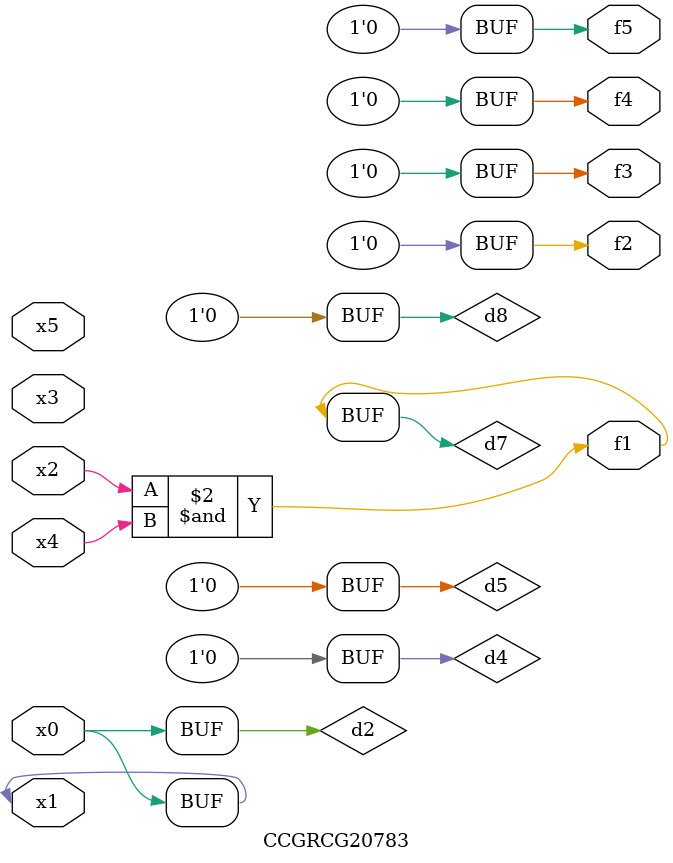
<source format=v>
module CCGRCG20783(
	input x0, x1, x2, x3, x4, x5,
	output f1, f2, f3, f4, f5
);

	wire d1, d2, d3, d4, d5, d6, d7, d8, d9;

	nand (d1, x1);
	buf (d2, x0, x1);
	nand (d3, x2, x4);
	and (d4, d1, d2);
	and (d5, d1, d2);
	nand (d6, d1, d3);
	not (d7, d3);
	xor (d8, d5);
	nor (d9, d5, d6);
	assign f1 = d7;
	assign f2 = d8;
	assign f3 = d8;
	assign f4 = d8;
	assign f5 = d8;
endmodule

</source>
